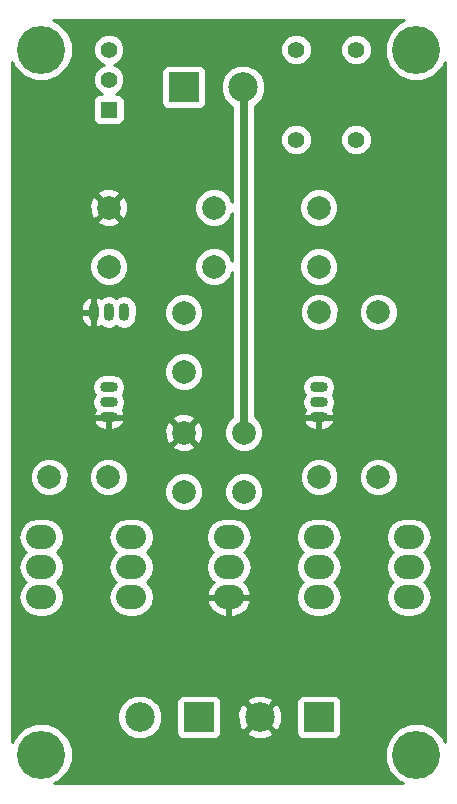
<source format=gbl>
G04 #@! TF.FileFunction,Copper,L2,Bot,Signal*
%FSLAX46Y46*%
G04 Gerber Fmt 4.6, Leading zero omitted, Abs format (unit mm)*
G04 Created by KiCad (PCBNEW 4.0.2-stable) date 12/06/2016 3:02:18 PM*
%MOMM*%
G01*
G04 APERTURE LIST*
%ADD10C,0.100000*%
%ADD11C,1.998980*%
%ADD12O,2.540000X2.032000*%
%ADD13O,0.899160X1.501140*%
%ADD14O,1.501140X0.899160*%
%ADD15C,1.397000*%
%ADD16C,4.064000*%
%ADD17R,2.500000X2.500000*%
%ADD18C,2.500000*%
%ADD19R,1.397000X1.397000*%
%ADD20C,0.635000*%
%ADD21C,0.254000*%
G04 APERTURE END LIST*
D10*
D11*
X148590000Y-104180640D03*
X148590000Y-109181900D03*
X153670000Y-104180640D03*
X153670000Y-109181900D03*
D12*
X152400000Y-115570000D03*
X152400000Y-118110000D03*
X152400000Y-113030000D03*
X167640000Y-115570000D03*
X167640000Y-118110000D03*
X167640000Y-113030000D03*
D13*
X142240000Y-93980000D03*
X140970000Y-93980000D03*
X143510000Y-93980000D03*
D14*
X160020000Y-101600000D03*
X160020000Y-102870000D03*
X160020000Y-100330000D03*
D12*
X160020000Y-115570000D03*
X160020000Y-118110000D03*
X160020000Y-113030000D03*
X136525000Y-115570000D03*
X136525000Y-118110000D03*
X136525000Y-113030000D03*
X144145000Y-115570000D03*
X144145000Y-118110000D03*
X144145000Y-113030000D03*
D14*
X142240000Y-101600000D03*
X142240000Y-102870000D03*
X142240000Y-100330000D03*
D11*
X151130000Y-85130640D03*
X151130000Y-90131900D03*
X142240000Y-85130640D03*
X142240000Y-90131900D03*
X160060640Y-93980000D03*
X165061900Y-93980000D03*
X160020000Y-85130640D03*
X160020000Y-90131900D03*
X165059360Y-107950000D03*
X160058100Y-107950000D03*
X137200640Y-107950000D03*
X142201900Y-107950000D03*
X148590000Y-94020640D03*
X148590000Y-99021900D03*
D15*
X163195000Y-79375000D03*
X158115000Y-79375000D03*
X163195000Y-71755000D03*
X158115000Y-71755000D03*
D16*
X168275000Y-71755000D03*
X136525000Y-71755000D03*
X136525000Y-131445000D03*
X168275000Y-131445000D03*
D17*
X148590000Y-74930000D03*
D18*
X153590000Y-74930000D03*
D17*
X149860000Y-128270000D03*
D18*
X144860000Y-128270000D03*
D17*
X160020000Y-128270000D03*
D18*
X155020000Y-128270000D03*
D19*
X142240000Y-76835000D03*
D15*
X142240000Y-74295000D03*
X142240000Y-71755000D03*
D20*
X153670000Y-104180640D02*
X153670000Y-75010000D01*
X153670000Y-75010000D02*
X153590000Y-74930000D01*
D21*
G36*
X166766239Y-69492709D02*
X166015345Y-70242293D01*
X165608464Y-71222173D01*
X165607538Y-72283172D01*
X166012709Y-73263761D01*
X166762293Y-74014655D01*
X167742173Y-74421536D01*
X168803172Y-74422462D01*
X169783761Y-74017291D01*
X170534655Y-73267707D01*
X170715000Y-72833387D01*
X170715000Y-130366328D01*
X170537291Y-129936239D01*
X169787707Y-129185345D01*
X168807827Y-128778464D01*
X167746828Y-128777538D01*
X166766239Y-129182709D01*
X166015345Y-129932293D01*
X165608464Y-130912173D01*
X165607538Y-131973172D01*
X166012709Y-132953761D01*
X166762293Y-133704655D01*
X167196613Y-133885000D01*
X137603672Y-133885000D01*
X138033761Y-133707291D01*
X138784655Y-132957707D01*
X139191536Y-131977827D01*
X139192462Y-130916828D01*
X138787291Y-129936239D01*
X138037707Y-129185345D01*
X137057827Y-128778464D01*
X135996828Y-128777538D01*
X135016239Y-129182709D01*
X134265345Y-129932293D01*
X134085000Y-130366613D01*
X134085000Y-128643305D01*
X142974674Y-128643305D01*
X143261043Y-129336372D01*
X143790839Y-129867093D01*
X144483405Y-130154672D01*
X145233305Y-130155326D01*
X145926372Y-129868957D01*
X146457093Y-129339161D01*
X146744672Y-128646595D01*
X146745326Y-127896695D01*
X146458957Y-127203628D01*
X146275650Y-127020000D01*
X147962560Y-127020000D01*
X147962560Y-129520000D01*
X148006838Y-129755317D01*
X148145910Y-129971441D01*
X148358110Y-130116431D01*
X148610000Y-130167440D01*
X151110000Y-130167440D01*
X151345317Y-130123162D01*
X151561441Y-129984090D01*
X151706431Y-129771890D01*
X151740567Y-129603320D01*
X153866285Y-129603320D01*
X153995533Y-129896123D01*
X154695806Y-130164388D01*
X155445435Y-130144250D01*
X156044467Y-129896123D01*
X156173715Y-129603320D01*
X155020000Y-128449605D01*
X153866285Y-129603320D01*
X151740567Y-129603320D01*
X151757440Y-129520000D01*
X151757440Y-127945806D01*
X153125612Y-127945806D01*
X153145750Y-128695435D01*
X153393877Y-129294467D01*
X153686680Y-129423715D01*
X154840395Y-128270000D01*
X155199605Y-128270000D01*
X156353320Y-129423715D01*
X156646123Y-129294467D01*
X156914388Y-128594194D01*
X156894250Y-127844565D01*
X156646123Y-127245533D01*
X156353320Y-127116285D01*
X155199605Y-128270000D01*
X154840395Y-128270000D01*
X153686680Y-127116285D01*
X153393877Y-127245533D01*
X153125612Y-127945806D01*
X151757440Y-127945806D01*
X151757440Y-127020000D01*
X151741763Y-126936680D01*
X153866285Y-126936680D01*
X155020000Y-128090395D01*
X156090395Y-127020000D01*
X158122560Y-127020000D01*
X158122560Y-129520000D01*
X158166838Y-129755317D01*
X158305910Y-129971441D01*
X158518110Y-130116431D01*
X158770000Y-130167440D01*
X161270000Y-130167440D01*
X161505317Y-130123162D01*
X161721441Y-129984090D01*
X161866431Y-129771890D01*
X161917440Y-129520000D01*
X161917440Y-127020000D01*
X161873162Y-126784683D01*
X161734090Y-126568559D01*
X161521890Y-126423569D01*
X161270000Y-126372560D01*
X158770000Y-126372560D01*
X158534683Y-126416838D01*
X158318559Y-126555910D01*
X158173569Y-126768110D01*
X158122560Y-127020000D01*
X156090395Y-127020000D01*
X156173715Y-126936680D01*
X156044467Y-126643877D01*
X155344194Y-126375612D01*
X154594565Y-126395750D01*
X153995533Y-126643877D01*
X153866285Y-126936680D01*
X151741763Y-126936680D01*
X151713162Y-126784683D01*
X151574090Y-126568559D01*
X151361890Y-126423569D01*
X151110000Y-126372560D01*
X148610000Y-126372560D01*
X148374683Y-126416838D01*
X148158559Y-126555910D01*
X148013569Y-126768110D01*
X147962560Y-127020000D01*
X146275650Y-127020000D01*
X145929161Y-126672907D01*
X145236595Y-126385328D01*
X144486695Y-126384674D01*
X143793628Y-126671043D01*
X143262907Y-127200839D01*
X142975328Y-127893405D01*
X142974674Y-128643305D01*
X134085000Y-128643305D01*
X134085000Y-113030000D01*
X134582679Y-113030000D01*
X134708354Y-113661810D01*
X135066246Y-114197433D01*
X135219748Y-114300000D01*
X135066246Y-114402567D01*
X134708354Y-114938190D01*
X134582679Y-115570000D01*
X134708354Y-116201810D01*
X135066246Y-116737433D01*
X135219748Y-116840000D01*
X135066246Y-116942567D01*
X134708354Y-117478190D01*
X134582679Y-118110000D01*
X134708354Y-118741810D01*
X135066246Y-119277433D01*
X135601869Y-119635325D01*
X136233679Y-119761000D01*
X136816321Y-119761000D01*
X137448131Y-119635325D01*
X137983754Y-119277433D01*
X138341646Y-118741810D01*
X138467321Y-118110000D01*
X138341646Y-117478190D01*
X137983754Y-116942567D01*
X137830252Y-116840000D01*
X137983754Y-116737433D01*
X138341646Y-116201810D01*
X138467321Y-115570000D01*
X138341646Y-114938190D01*
X137983754Y-114402567D01*
X137830252Y-114300000D01*
X137983754Y-114197433D01*
X138341646Y-113661810D01*
X138467321Y-113030000D01*
X142202679Y-113030000D01*
X142328354Y-113661810D01*
X142686246Y-114197433D01*
X142839748Y-114300000D01*
X142686246Y-114402567D01*
X142328354Y-114938190D01*
X142202679Y-115570000D01*
X142328354Y-116201810D01*
X142686246Y-116737433D01*
X142839748Y-116840000D01*
X142686246Y-116942567D01*
X142328354Y-117478190D01*
X142202679Y-118110000D01*
X142328354Y-118741810D01*
X142686246Y-119277433D01*
X143221869Y-119635325D01*
X143853679Y-119761000D01*
X144436321Y-119761000D01*
X145068131Y-119635325D01*
X145603754Y-119277433D01*
X145961646Y-118741810D01*
X146011148Y-118492944D01*
X150540025Y-118492944D01*
X150572074Y-118624477D01*
X150888764Y-119187630D01*
X151396857Y-119586724D01*
X152019000Y-119761000D01*
X152273000Y-119761000D01*
X152273000Y-118237000D01*
X152527000Y-118237000D01*
X152527000Y-119761000D01*
X152781000Y-119761000D01*
X153403143Y-119586724D01*
X153911236Y-119187630D01*
X154227926Y-118624477D01*
X154259975Y-118492944D01*
X154140836Y-118237000D01*
X152527000Y-118237000D01*
X152273000Y-118237000D01*
X150659164Y-118237000D01*
X150540025Y-118492944D01*
X146011148Y-118492944D01*
X146087321Y-118110000D01*
X145961646Y-117478190D01*
X145603754Y-116942567D01*
X145450252Y-116840000D01*
X145603754Y-116737433D01*
X145961646Y-116201810D01*
X146087321Y-115570000D01*
X145961646Y-114938190D01*
X145603754Y-114402567D01*
X145450252Y-114300000D01*
X145603754Y-114197433D01*
X145961646Y-113661810D01*
X146087321Y-113030000D01*
X150457679Y-113030000D01*
X150583354Y-113661810D01*
X150941246Y-114197433D01*
X151094748Y-114300000D01*
X150941246Y-114402567D01*
X150583354Y-114938190D01*
X150457679Y-115570000D01*
X150583354Y-116201810D01*
X150941246Y-116737433D01*
X151115781Y-116854054D01*
X150888764Y-117032370D01*
X150572074Y-117595523D01*
X150540025Y-117727056D01*
X150659164Y-117983000D01*
X152273000Y-117983000D01*
X152273000Y-117963000D01*
X152527000Y-117963000D01*
X152527000Y-117983000D01*
X154140836Y-117983000D01*
X154259975Y-117727056D01*
X154227926Y-117595523D01*
X153911236Y-117032370D01*
X153684219Y-116854054D01*
X153858754Y-116737433D01*
X154216646Y-116201810D01*
X154342321Y-115570000D01*
X154216646Y-114938190D01*
X153858754Y-114402567D01*
X153705252Y-114300000D01*
X153858754Y-114197433D01*
X154216646Y-113661810D01*
X154342321Y-113030000D01*
X158077679Y-113030000D01*
X158203354Y-113661810D01*
X158561246Y-114197433D01*
X158714748Y-114300000D01*
X158561246Y-114402567D01*
X158203354Y-114938190D01*
X158077679Y-115570000D01*
X158203354Y-116201810D01*
X158561246Y-116737433D01*
X158714748Y-116840000D01*
X158561246Y-116942567D01*
X158203354Y-117478190D01*
X158077679Y-118110000D01*
X158203354Y-118741810D01*
X158561246Y-119277433D01*
X159096869Y-119635325D01*
X159728679Y-119761000D01*
X160311321Y-119761000D01*
X160943131Y-119635325D01*
X161478754Y-119277433D01*
X161836646Y-118741810D01*
X161962321Y-118110000D01*
X161836646Y-117478190D01*
X161478754Y-116942567D01*
X161325252Y-116840000D01*
X161478754Y-116737433D01*
X161836646Y-116201810D01*
X161962321Y-115570000D01*
X161836646Y-114938190D01*
X161478754Y-114402567D01*
X161325252Y-114300000D01*
X161478754Y-114197433D01*
X161836646Y-113661810D01*
X161962321Y-113030000D01*
X165697679Y-113030000D01*
X165823354Y-113661810D01*
X166181246Y-114197433D01*
X166334748Y-114300000D01*
X166181246Y-114402567D01*
X165823354Y-114938190D01*
X165697679Y-115570000D01*
X165823354Y-116201810D01*
X166181246Y-116737433D01*
X166334748Y-116840000D01*
X166181246Y-116942567D01*
X165823354Y-117478190D01*
X165697679Y-118110000D01*
X165823354Y-118741810D01*
X166181246Y-119277433D01*
X166716869Y-119635325D01*
X167348679Y-119761000D01*
X167931321Y-119761000D01*
X168563131Y-119635325D01*
X169098754Y-119277433D01*
X169456646Y-118741810D01*
X169582321Y-118110000D01*
X169456646Y-117478190D01*
X169098754Y-116942567D01*
X168945252Y-116840000D01*
X169098754Y-116737433D01*
X169456646Y-116201810D01*
X169582321Y-115570000D01*
X169456646Y-114938190D01*
X169098754Y-114402567D01*
X168945252Y-114300000D01*
X169098754Y-114197433D01*
X169456646Y-113661810D01*
X169582321Y-113030000D01*
X169456646Y-112398190D01*
X169098754Y-111862567D01*
X168563131Y-111504675D01*
X167931321Y-111379000D01*
X167348679Y-111379000D01*
X166716869Y-111504675D01*
X166181246Y-111862567D01*
X165823354Y-112398190D01*
X165697679Y-113030000D01*
X161962321Y-113030000D01*
X161836646Y-112398190D01*
X161478754Y-111862567D01*
X160943131Y-111504675D01*
X160311321Y-111379000D01*
X159728679Y-111379000D01*
X159096869Y-111504675D01*
X158561246Y-111862567D01*
X158203354Y-112398190D01*
X158077679Y-113030000D01*
X154342321Y-113030000D01*
X154216646Y-112398190D01*
X153858754Y-111862567D01*
X153323131Y-111504675D01*
X152691321Y-111379000D01*
X152108679Y-111379000D01*
X151476869Y-111504675D01*
X150941246Y-111862567D01*
X150583354Y-112398190D01*
X150457679Y-113030000D01*
X146087321Y-113030000D01*
X145961646Y-112398190D01*
X145603754Y-111862567D01*
X145068131Y-111504675D01*
X144436321Y-111379000D01*
X143853679Y-111379000D01*
X143221869Y-111504675D01*
X142686246Y-111862567D01*
X142328354Y-112398190D01*
X142202679Y-113030000D01*
X138467321Y-113030000D01*
X138341646Y-112398190D01*
X137983754Y-111862567D01*
X137448131Y-111504675D01*
X136816321Y-111379000D01*
X136233679Y-111379000D01*
X135601869Y-111504675D01*
X135066246Y-111862567D01*
X134708354Y-112398190D01*
X134582679Y-113030000D01*
X134085000Y-113030000D01*
X134085000Y-108273694D01*
X135565866Y-108273694D01*
X135814178Y-108874655D01*
X136273567Y-109334846D01*
X136874093Y-109584206D01*
X137524334Y-109584774D01*
X138125295Y-109336462D01*
X138585486Y-108877073D01*
X138834846Y-108276547D01*
X138834848Y-108273694D01*
X140567126Y-108273694D01*
X140815438Y-108874655D01*
X141274827Y-109334846D01*
X141875353Y-109584206D01*
X142525594Y-109584774D01*
X142717224Y-109505594D01*
X146955226Y-109505594D01*
X147203538Y-110106555D01*
X147662927Y-110566746D01*
X148263453Y-110816106D01*
X148913694Y-110816674D01*
X149514655Y-110568362D01*
X149974846Y-110108973D01*
X150224206Y-109508447D01*
X150224208Y-109505594D01*
X152035226Y-109505594D01*
X152283538Y-110106555D01*
X152742927Y-110566746D01*
X153343453Y-110816106D01*
X153993694Y-110816674D01*
X154594655Y-110568362D01*
X155054846Y-110108973D01*
X155304206Y-109508447D01*
X155304774Y-108858206D01*
X155063259Y-108273694D01*
X158423326Y-108273694D01*
X158671638Y-108874655D01*
X159131027Y-109334846D01*
X159731553Y-109584206D01*
X160381794Y-109584774D01*
X160982755Y-109336462D01*
X161442946Y-108877073D01*
X161692306Y-108276547D01*
X161692308Y-108273694D01*
X163424586Y-108273694D01*
X163672898Y-108874655D01*
X164132287Y-109334846D01*
X164732813Y-109584206D01*
X165383054Y-109584774D01*
X165984015Y-109336462D01*
X166444206Y-108877073D01*
X166693566Y-108276547D01*
X166694134Y-107626306D01*
X166445822Y-107025345D01*
X165986433Y-106565154D01*
X165385907Y-106315794D01*
X164735666Y-106315226D01*
X164134705Y-106563538D01*
X163674514Y-107022927D01*
X163425154Y-107623453D01*
X163424586Y-108273694D01*
X161692308Y-108273694D01*
X161692874Y-107626306D01*
X161444562Y-107025345D01*
X160985173Y-106565154D01*
X160384647Y-106315794D01*
X159734406Y-106315226D01*
X159133445Y-106563538D01*
X158673254Y-107022927D01*
X158423894Y-107623453D01*
X158423326Y-108273694D01*
X155063259Y-108273694D01*
X155056462Y-108257245D01*
X154597073Y-107797054D01*
X153996547Y-107547694D01*
X153346306Y-107547126D01*
X152745345Y-107795438D01*
X152285154Y-108254827D01*
X152035794Y-108855353D01*
X152035226Y-109505594D01*
X150224208Y-109505594D01*
X150224774Y-108858206D01*
X149976462Y-108257245D01*
X149517073Y-107797054D01*
X148916547Y-107547694D01*
X148266306Y-107547126D01*
X147665345Y-107795438D01*
X147205154Y-108254827D01*
X146955794Y-108855353D01*
X146955226Y-109505594D01*
X142717224Y-109505594D01*
X143126555Y-109336462D01*
X143586746Y-108877073D01*
X143836106Y-108276547D01*
X143836674Y-107626306D01*
X143588362Y-107025345D01*
X143128973Y-106565154D01*
X142528447Y-106315794D01*
X141878206Y-106315226D01*
X141277245Y-106563538D01*
X140817054Y-107022927D01*
X140567694Y-107623453D01*
X140567126Y-108273694D01*
X138834848Y-108273694D01*
X138835414Y-107626306D01*
X138587102Y-107025345D01*
X138127713Y-106565154D01*
X137527187Y-106315794D01*
X136876946Y-106315226D01*
X136275985Y-106563538D01*
X135815794Y-107022927D01*
X135566434Y-107623453D01*
X135565866Y-108273694D01*
X134085000Y-108273694D01*
X134085000Y-105332803D01*
X147617443Y-105332803D01*
X147716042Y-105599605D01*
X148325582Y-105826041D01*
X148975377Y-105801981D01*
X149463958Y-105599605D01*
X149562557Y-105332803D01*
X148590000Y-104360245D01*
X147617443Y-105332803D01*
X134085000Y-105332803D01*
X134085000Y-103163935D01*
X140895019Y-103163935D01*
X141082294Y-103547111D01*
X141406627Y-103823420D01*
X141812010Y-103954580D01*
X142113000Y-103954580D01*
X142113000Y-102997000D01*
X142367000Y-102997000D01*
X142367000Y-103954580D01*
X142667990Y-103954580D01*
X142786545Y-103916222D01*
X146944599Y-103916222D01*
X146968659Y-104566017D01*
X147171035Y-105054598D01*
X147437837Y-105153197D01*
X148410395Y-104180640D01*
X148769605Y-104180640D01*
X149742163Y-105153197D01*
X150008965Y-105054598D01*
X150235401Y-104445058D01*
X150211341Y-103795263D01*
X150008965Y-103306682D01*
X149742163Y-103208083D01*
X148769605Y-104180640D01*
X148410395Y-104180640D01*
X147437837Y-103208083D01*
X147171035Y-103306682D01*
X146944599Y-103916222D01*
X142786545Y-103916222D01*
X143073373Y-103823420D01*
X143397706Y-103547111D01*
X143584981Y-103163935D01*
X143481999Y-103028477D01*
X147617443Y-103028477D01*
X148590000Y-104001035D01*
X149562557Y-103028477D01*
X149463958Y-102761675D01*
X148854418Y-102535239D01*
X148204623Y-102559299D01*
X147716042Y-102761675D01*
X147617443Y-103028477D01*
X143481999Y-103028477D01*
X143458068Y-102997000D01*
X142367000Y-102997000D01*
X142113000Y-102997000D01*
X141021932Y-102997000D01*
X140895019Y-103163935D01*
X134085000Y-103163935D01*
X134085000Y-100330000D01*
X140827285Y-100330000D01*
X140909844Y-100745051D01*
X141056809Y-100965000D01*
X140909844Y-101184949D01*
X140827285Y-101600000D01*
X140909844Y-102015051D01*
X141059641Y-102239238D01*
X140895019Y-102576065D01*
X141021932Y-102743000D01*
X142113000Y-102743000D01*
X142113000Y-102723000D01*
X142367000Y-102723000D01*
X142367000Y-102743000D01*
X143458068Y-102743000D01*
X143584981Y-102576065D01*
X143420359Y-102239238D01*
X143570156Y-102015051D01*
X143652715Y-101600000D01*
X143570156Y-101184949D01*
X143423191Y-100965000D01*
X143570156Y-100745051D01*
X143652715Y-100330000D01*
X143570156Y-99914949D01*
X143335049Y-99563086D01*
X143009549Y-99345594D01*
X146955226Y-99345594D01*
X147203538Y-99946555D01*
X147662927Y-100406746D01*
X148263453Y-100656106D01*
X148913694Y-100656674D01*
X149514655Y-100408362D01*
X149974846Y-99948973D01*
X150224206Y-99348447D01*
X150224774Y-98698206D01*
X149976462Y-98097245D01*
X149517073Y-97637054D01*
X148916547Y-97387694D01*
X148266306Y-97387126D01*
X147665345Y-97635438D01*
X147205154Y-98094827D01*
X146955794Y-98695353D01*
X146955226Y-99345594D01*
X143009549Y-99345594D01*
X142983186Y-99327979D01*
X142568135Y-99245420D01*
X141911865Y-99245420D01*
X141496814Y-99327979D01*
X141144951Y-99563086D01*
X140909844Y-99914949D01*
X140827285Y-100330000D01*
X134085000Y-100330000D01*
X134085000Y-94107000D01*
X139885420Y-94107000D01*
X139885420Y-94407990D01*
X140016580Y-94813373D01*
X140292889Y-95137706D01*
X140676065Y-95324981D01*
X140843000Y-95198068D01*
X140843000Y-94107000D01*
X139885420Y-94107000D01*
X134085000Y-94107000D01*
X134085000Y-93552010D01*
X139885420Y-93552010D01*
X139885420Y-93853000D01*
X140843000Y-93853000D01*
X140843000Y-92761932D01*
X141097000Y-92761932D01*
X141097000Y-93853000D01*
X141117000Y-93853000D01*
X141117000Y-94107000D01*
X141097000Y-94107000D01*
X141097000Y-95198068D01*
X141263935Y-95324981D01*
X141600762Y-95160359D01*
X141824949Y-95310156D01*
X142240000Y-95392715D01*
X142655051Y-95310156D01*
X142875000Y-95163191D01*
X143094949Y-95310156D01*
X143510000Y-95392715D01*
X143925051Y-95310156D01*
X144276914Y-95075049D01*
X144512021Y-94723186D01*
X144587379Y-94344334D01*
X146955226Y-94344334D01*
X147203538Y-94945295D01*
X147662927Y-95405486D01*
X148263453Y-95654846D01*
X148913694Y-95655414D01*
X149514655Y-95407102D01*
X149974846Y-94947713D01*
X150224206Y-94347187D01*
X150224774Y-93696946D01*
X149976462Y-93095985D01*
X149517073Y-92635794D01*
X148916547Y-92386434D01*
X148266306Y-92385866D01*
X147665345Y-92634178D01*
X147205154Y-93093567D01*
X146955794Y-93694093D01*
X146955226Y-94344334D01*
X144587379Y-94344334D01*
X144594580Y-94308135D01*
X144594580Y-93651865D01*
X144512021Y-93236814D01*
X144276914Y-92884951D01*
X143925051Y-92649844D01*
X143510000Y-92567285D01*
X143094949Y-92649844D01*
X142875000Y-92796809D01*
X142655051Y-92649844D01*
X142240000Y-92567285D01*
X141824949Y-92649844D01*
X141600762Y-92799641D01*
X141263935Y-92635019D01*
X141097000Y-92761932D01*
X140843000Y-92761932D01*
X140676065Y-92635019D01*
X140292889Y-92822294D01*
X140016580Y-93146627D01*
X139885420Y-93552010D01*
X134085000Y-93552010D01*
X134085000Y-90455594D01*
X140605226Y-90455594D01*
X140853538Y-91056555D01*
X141312927Y-91516746D01*
X141913453Y-91766106D01*
X142563694Y-91766674D01*
X143164655Y-91518362D01*
X143624846Y-91058973D01*
X143874206Y-90458447D01*
X143874774Y-89808206D01*
X143626462Y-89207245D01*
X143167073Y-88747054D01*
X142566547Y-88497694D01*
X141916306Y-88497126D01*
X141315345Y-88745438D01*
X140855154Y-89204827D01*
X140605794Y-89805353D01*
X140605226Y-90455594D01*
X134085000Y-90455594D01*
X134085000Y-86282803D01*
X141267443Y-86282803D01*
X141366042Y-86549605D01*
X141975582Y-86776041D01*
X142625377Y-86751981D01*
X143113958Y-86549605D01*
X143212557Y-86282803D01*
X142240000Y-85310245D01*
X141267443Y-86282803D01*
X134085000Y-86282803D01*
X134085000Y-84866222D01*
X140594599Y-84866222D01*
X140618659Y-85516017D01*
X140821035Y-86004598D01*
X141087837Y-86103197D01*
X142060395Y-85130640D01*
X142419605Y-85130640D01*
X143392163Y-86103197D01*
X143658965Y-86004598D01*
X143863380Y-85454334D01*
X149495226Y-85454334D01*
X149743538Y-86055295D01*
X150202927Y-86515486D01*
X150803453Y-86764846D01*
X151453694Y-86765414D01*
X152054655Y-86517102D01*
X152514846Y-86057713D01*
X152717500Y-85569668D01*
X152717500Y-89693794D01*
X152516462Y-89207245D01*
X152057073Y-88747054D01*
X151456547Y-88497694D01*
X150806306Y-88497126D01*
X150205345Y-88745438D01*
X149745154Y-89204827D01*
X149495794Y-89805353D01*
X149495226Y-90455594D01*
X149743538Y-91056555D01*
X150202927Y-91516746D01*
X150803453Y-91766106D01*
X151453694Y-91766674D01*
X152054655Y-91518362D01*
X152514846Y-91058973D01*
X152717500Y-90570928D01*
X152717500Y-102821974D01*
X152285154Y-103253567D01*
X152035794Y-103854093D01*
X152035226Y-104504334D01*
X152283538Y-105105295D01*
X152742927Y-105565486D01*
X153343453Y-105814846D01*
X153993694Y-105815414D01*
X154594655Y-105567102D01*
X155054846Y-105107713D01*
X155304206Y-104507187D01*
X155304774Y-103856946D01*
X155056462Y-103255985D01*
X154964573Y-103163935D01*
X158675019Y-103163935D01*
X158862294Y-103547111D01*
X159186627Y-103823420D01*
X159592010Y-103954580D01*
X159893000Y-103954580D01*
X159893000Y-102997000D01*
X160147000Y-102997000D01*
X160147000Y-103954580D01*
X160447990Y-103954580D01*
X160853373Y-103823420D01*
X161177706Y-103547111D01*
X161364981Y-103163935D01*
X161238068Y-102997000D01*
X160147000Y-102997000D01*
X159893000Y-102997000D01*
X158801932Y-102997000D01*
X158675019Y-103163935D01*
X154964573Y-103163935D01*
X154622500Y-102821265D01*
X154622500Y-100330000D01*
X158607285Y-100330000D01*
X158689844Y-100745051D01*
X158836809Y-100965000D01*
X158689844Y-101184949D01*
X158607285Y-101600000D01*
X158689844Y-102015051D01*
X158839641Y-102239238D01*
X158675019Y-102576065D01*
X158801932Y-102743000D01*
X159893000Y-102743000D01*
X159893000Y-102723000D01*
X160147000Y-102723000D01*
X160147000Y-102743000D01*
X161238068Y-102743000D01*
X161364981Y-102576065D01*
X161200359Y-102239238D01*
X161350156Y-102015051D01*
X161432715Y-101600000D01*
X161350156Y-101184949D01*
X161203191Y-100965000D01*
X161350156Y-100745051D01*
X161432715Y-100330000D01*
X161350156Y-99914949D01*
X161115049Y-99563086D01*
X160763186Y-99327979D01*
X160348135Y-99245420D01*
X159691865Y-99245420D01*
X159276814Y-99327979D01*
X158924951Y-99563086D01*
X158689844Y-99914949D01*
X158607285Y-100330000D01*
X154622500Y-100330000D01*
X154622500Y-94303694D01*
X158425866Y-94303694D01*
X158674178Y-94904655D01*
X159133567Y-95364846D01*
X159734093Y-95614206D01*
X160384334Y-95614774D01*
X160985295Y-95366462D01*
X161445486Y-94907073D01*
X161694846Y-94306547D01*
X161694848Y-94303694D01*
X163427126Y-94303694D01*
X163675438Y-94904655D01*
X164134827Y-95364846D01*
X164735353Y-95614206D01*
X165385594Y-95614774D01*
X165986555Y-95366462D01*
X166446746Y-94907073D01*
X166696106Y-94306547D01*
X166696674Y-93656306D01*
X166448362Y-93055345D01*
X165988973Y-92595154D01*
X165388447Y-92345794D01*
X164738206Y-92345226D01*
X164137245Y-92593538D01*
X163677054Y-93052927D01*
X163427694Y-93653453D01*
X163427126Y-94303694D01*
X161694848Y-94303694D01*
X161695414Y-93656306D01*
X161447102Y-93055345D01*
X160987713Y-92595154D01*
X160387187Y-92345794D01*
X159736946Y-92345226D01*
X159135985Y-92593538D01*
X158675794Y-93052927D01*
X158426434Y-93653453D01*
X158425866Y-94303694D01*
X154622500Y-94303694D01*
X154622500Y-90455594D01*
X158385226Y-90455594D01*
X158633538Y-91056555D01*
X159092927Y-91516746D01*
X159693453Y-91766106D01*
X160343694Y-91766674D01*
X160944655Y-91518362D01*
X161404846Y-91058973D01*
X161654206Y-90458447D01*
X161654774Y-89808206D01*
X161406462Y-89207245D01*
X160947073Y-88747054D01*
X160346547Y-88497694D01*
X159696306Y-88497126D01*
X159095345Y-88745438D01*
X158635154Y-89204827D01*
X158385794Y-89805353D01*
X158385226Y-90455594D01*
X154622500Y-90455594D01*
X154622500Y-85454334D01*
X158385226Y-85454334D01*
X158633538Y-86055295D01*
X159092927Y-86515486D01*
X159693453Y-86764846D01*
X160343694Y-86765414D01*
X160944655Y-86517102D01*
X161404846Y-86057713D01*
X161654206Y-85457187D01*
X161654774Y-84806946D01*
X161406462Y-84205985D01*
X160947073Y-83745794D01*
X160346547Y-83496434D01*
X159696306Y-83495866D01*
X159095345Y-83744178D01*
X158635154Y-84203567D01*
X158385794Y-84804093D01*
X158385226Y-85454334D01*
X154622500Y-85454334D01*
X154622500Y-79639086D01*
X156781269Y-79639086D01*
X156983854Y-80129380D01*
X157358647Y-80504827D01*
X157848587Y-80708268D01*
X158379086Y-80708731D01*
X158869380Y-80506146D01*
X159244827Y-80131353D01*
X159448268Y-79641413D01*
X159448270Y-79639086D01*
X161861269Y-79639086D01*
X162063854Y-80129380D01*
X162438647Y-80504827D01*
X162928587Y-80708268D01*
X163459086Y-80708731D01*
X163949380Y-80506146D01*
X164324827Y-80131353D01*
X164528268Y-79641413D01*
X164528731Y-79110914D01*
X164326146Y-78620620D01*
X163951353Y-78245173D01*
X163461413Y-78041732D01*
X162930914Y-78041269D01*
X162440620Y-78243854D01*
X162065173Y-78618647D01*
X161861732Y-79108587D01*
X161861269Y-79639086D01*
X159448270Y-79639086D01*
X159448731Y-79110914D01*
X159246146Y-78620620D01*
X158871353Y-78245173D01*
X158381413Y-78041732D01*
X157850914Y-78041269D01*
X157360620Y-78243854D01*
X156985173Y-78618647D01*
X156781732Y-79108587D01*
X156781269Y-79639086D01*
X154622500Y-79639086D01*
X154622500Y-76542953D01*
X154656372Y-76528957D01*
X155187093Y-75999161D01*
X155474672Y-75306595D01*
X155475326Y-74556695D01*
X155188957Y-73863628D01*
X154659161Y-73332907D01*
X153966595Y-73045328D01*
X153216695Y-73044674D01*
X152523628Y-73331043D01*
X151992907Y-73860839D01*
X151705328Y-74553405D01*
X151704674Y-75303305D01*
X151991043Y-75996372D01*
X152520839Y-76527093D01*
X152717500Y-76608754D01*
X152717500Y-84692534D01*
X152516462Y-84205985D01*
X152057073Y-83745794D01*
X151456547Y-83496434D01*
X150806306Y-83495866D01*
X150205345Y-83744178D01*
X149745154Y-84203567D01*
X149495794Y-84804093D01*
X149495226Y-85454334D01*
X143863380Y-85454334D01*
X143885401Y-85395058D01*
X143861341Y-84745263D01*
X143658965Y-84256682D01*
X143392163Y-84158083D01*
X142419605Y-85130640D01*
X142060395Y-85130640D01*
X141087837Y-84158083D01*
X140821035Y-84256682D01*
X140594599Y-84866222D01*
X134085000Y-84866222D01*
X134085000Y-83978477D01*
X141267443Y-83978477D01*
X142240000Y-84951035D01*
X143212557Y-83978477D01*
X143113958Y-83711675D01*
X142504418Y-83485239D01*
X141854623Y-83509299D01*
X141366042Y-83711675D01*
X141267443Y-83978477D01*
X134085000Y-83978477D01*
X134085000Y-76136500D01*
X140894060Y-76136500D01*
X140894060Y-77533500D01*
X140938338Y-77768817D01*
X141077410Y-77984941D01*
X141289610Y-78129931D01*
X141541500Y-78180940D01*
X142938500Y-78180940D01*
X143173817Y-78136662D01*
X143389941Y-77997590D01*
X143534931Y-77785390D01*
X143585940Y-77533500D01*
X143585940Y-76136500D01*
X143541662Y-75901183D01*
X143402590Y-75685059D01*
X143190390Y-75540069D01*
X142938500Y-75489060D01*
X142842116Y-75489060D01*
X142994380Y-75426146D01*
X143369827Y-75051353D01*
X143573268Y-74561413D01*
X143573731Y-74030914D01*
X143428737Y-73680000D01*
X146692560Y-73680000D01*
X146692560Y-76180000D01*
X146736838Y-76415317D01*
X146875910Y-76631441D01*
X147088110Y-76776431D01*
X147340000Y-76827440D01*
X149840000Y-76827440D01*
X150075317Y-76783162D01*
X150291441Y-76644090D01*
X150436431Y-76431890D01*
X150487440Y-76180000D01*
X150487440Y-73680000D01*
X150443162Y-73444683D01*
X150304090Y-73228559D01*
X150091890Y-73083569D01*
X149840000Y-73032560D01*
X147340000Y-73032560D01*
X147104683Y-73076838D01*
X146888559Y-73215910D01*
X146743569Y-73428110D01*
X146692560Y-73680000D01*
X143428737Y-73680000D01*
X143371146Y-73540620D01*
X142996353Y-73165173D01*
X142658554Y-73024906D01*
X142994380Y-72886146D01*
X143369827Y-72511353D01*
X143573268Y-72021413D01*
X143573270Y-72019086D01*
X156781269Y-72019086D01*
X156983854Y-72509380D01*
X157358647Y-72884827D01*
X157848587Y-73088268D01*
X158379086Y-73088731D01*
X158869380Y-72886146D01*
X159244827Y-72511353D01*
X159448268Y-72021413D01*
X159448270Y-72019086D01*
X161861269Y-72019086D01*
X162063854Y-72509380D01*
X162438647Y-72884827D01*
X162928587Y-73088268D01*
X163459086Y-73088731D01*
X163949380Y-72886146D01*
X164324827Y-72511353D01*
X164528268Y-72021413D01*
X164528731Y-71490914D01*
X164326146Y-71000620D01*
X163951353Y-70625173D01*
X163461413Y-70421732D01*
X162930914Y-70421269D01*
X162440620Y-70623854D01*
X162065173Y-70998647D01*
X161861732Y-71488587D01*
X161861269Y-72019086D01*
X159448270Y-72019086D01*
X159448731Y-71490914D01*
X159246146Y-71000620D01*
X158871353Y-70625173D01*
X158381413Y-70421732D01*
X157850914Y-70421269D01*
X157360620Y-70623854D01*
X156985173Y-70998647D01*
X156781732Y-71488587D01*
X156781269Y-72019086D01*
X143573270Y-72019086D01*
X143573731Y-71490914D01*
X143371146Y-71000620D01*
X142996353Y-70625173D01*
X142506413Y-70421732D01*
X141975914Y-70421269D01*
X141485620Y-70623854D01*
X141110173Y-70998647D01*
X140906732Y-71488587D01*
X140906269Y-72019086D01*
X141108854Y-72509380D01*
X141483647Y-72884827D01*
X141821446Y-73025094D01*
X141485620Y-73163854D01*
X141110173Y-73538647D01*
X140906732Y-74028587D01*
X140906269Y-74559086D01*
X141108854Y-75049380D01*
X141483647Y-75424827D01*
X141638337Y-75489060D01*
X141541500Y-75489060D01*
X141306183Y-75533338D01*
X141090059Y-75672410D01*
X140945069Y-75884610D01*
X140894060Y-76136500D01*
X134085000Y-76136500D01*
X134085000Y-72833672D01*
X134262709Y-73263761D01*
X135012293Y-74014655D01*
X135992173Y-74421536D01*
X137053172Y-74422462D01*
X138033761Y-74017291D01*
X138784655Y-73267707D01*
X139191536Y-72287827D01*
X139192462Y-71226828D01*
X138787291Y-70246239D01*
X138037707Y-69495345D01*
X137543180Y-69290000D01*
X167256832Y-69290000D01*
X166766239Y-69492709D01*
X166766239Y-69492709D01*
G37*
X166766239Y-69492709D02*
X166015345Y-70242293D01*
X165608464Y-71222173D01*
X165607538Y-72283172D01*
X166012709Y-73263761D01*
X166762293Y-74014655D01*
X167742173Y-74421536D01*
X168803172Y-74422462D01*
X169783761Y-74017291D01*
X170534655Y-73267707D01*
X170715000Y-72833387D01*
X170715000Y-130366328D01*
X170537291Y-129936239D01*
X169787707Y-129185345D01*
X168807827Y-128778464D01*
X167746828Y-128777538D01*
X166766239Y-129182709D01*
X166015345Y-129932293D01*
X165608464Y-130912173D01*
X165607538Y-131973172D01*
X166012709Y-132953761D01*
X166762293Y-133704655D01*
X167196613Y-133885000D01*
X137603672Y-133885000D01*
X138033761Y-133707291D01*
X138784655Y-132957707D01*
X139191536Y-131977827D01*
X139192462Y-130916828D01*
X138787291Y-129936239D01*
X138037707Y-129185345D01*
X137057827Y-128778464D01*
X135996828Y-128777538D01*
X135016239Y-129182709D01*
X134265345Y-129932293D01*
X134085000Y-130366613D01*
X134085000Y-128643305D01*
X142974674Y-128643305D01*
X143261043Y-129336372D01*
X143790839Y-129867093D01*
X144483405Y-130154672D01*
X145233305Y-130155326D01*
X145926372Y-129868957D01*
X146457093Y-129339161D01*
X146744672Y-128646595D01*
X146745326Y-127896695D01*
X146458957Y-127203628D01*
X146275650Y-127020000D01*
X147962560Y-127020000D01*
X147962560Y-129520000D01*
X148006838Y-129755317D01*
X148145910Y-129971441D01*
X148358110Y-130116431D01*
X148610000Y-130167440D01*
X151110000Y-130167440D01*
X151345317Y-130123162D01*
X151561441Y-129984090D01*
X151706431Y-129771890D01*
X151740567Y-129603320D01*
X153866285Y-129603320D01*
X153995533Y-129896123D01*
X154695806Y-130164388D01*
X155445435Y-130144250D01*
X156044467Y-129896123D01*
X156173715Y-129603320D01*
X155020000Y-128449605D01*
X153866285Y-129603320D01*
X151740567Y-129603320D01*
X151757440Y-129520000D01*
X151757440Y-127945806D01*
X153125612Y-127945806D01*
X153145750Y-128695435D01*
X153393877Y-129294467D01*
X153686680Y-129423715D01*
X154840395Y-128270000D01*
X155199605Y-128270000D01*
X156353320Y-129423715D01*
X156646123Y-129294467D01*
X156914388Y-128594194D01*
X156894250Y-127844565D01*
X156646123Y-127245533D01*
X156353320Y-127116285D01*
X155199605Y-128270000D01*
X154840395Y-128270000D01*
X153686680Y-127116285D01*
X153393877Y-127245533D01*
X153125612Y-127945806D01*
X151757440Y-127945806D01*
X151757440Y-127020000D01*
X151741763Y-126936680D01*
X153866285Y-126936680D01*
X155020000Y-128090395D01*
X156090395Y-127020000D01*
X158122560Y-127020000D01*
X158122560Y-129520000D01*
X158166838Y-129755317D01*
X158305910Y-129971441D01*
X158518110Y-130116431D01*
X158770000Y-130167440D01*
X161270000Y-130167440D01*
X161505317Y-130123162D01*
X161721441Y-129984090D01*
X161866431Y-129771890D01*
X161917440Y-129520000D01*
X161917440Y-127020000D01*
X161873162Y-126784683D01*
X161734090Y-126568559D01*
X161521890Y-126423569D01*
X161270000Y-126372560D01*
X158770000Y-126372560D01*
X158534683Y-126416838D01*
X158318559Y-126555910D01*
X158173569Y-126768110D01*
X158122560Y-127020000D01*
X156090395Y-127020000D01*
X156173715Y-126936680D01*
X156044467Y-126643877D01*
X155344194Y-126375612D01*
X154594565Y-126395750D01*
X153995533Y-126643877D01*
X153866285Y-126936680D01*
X151741763Y-126936680D01*
X151713162Y-126784683D01*
X151574090Y-126568559D01*
X151361890Y-126423569D01*
X151110000Y-126372560D01*
X148610000Y-126372560D01*
X148374683Y-126416838D01*
X148158559Y-126555910D01*
X148013569Y-126768110D01*
X147962560Y-127020000D01*
X146275650Y-127020000D01*
X145929161Y-126672907D01*
X145236595Y-126385328D01*
X144486695Y-126384674D01*
X143793628Y-126671043D01*
X143262907Y-127200839D01*
X142975328Y-127893405D01*
X142974674Y-128643305D01*
X134085000Y-128643305D01*
X134085000Y-113030000D01*
X134582679Y-113030000D01*
X134708354Y-113661810D01*
X135066246Y-114197433D01*
X135219748Y-114300000D01*
X135066246Y-114402567D01*
X134708354Y-114938190D01*
X134582679Y-115570000D01*
X134708354Y-116201810D01*
X135066246Y-116737433D01*
X135219748Y-116840000D01*
X135066246Y-116942567D01*
X134708354Y-117478190D01*
X134582679Y-118110000D01*
X134708354Y-118741810D01*
X135066246Y-119277433D01*
X135601869Y-119635325D01*
X136233679Y-119761000D01*
X136816321Y-119761000D01*
X137448131Y-119635325D01*
X137983754Y-119277433D01*
X138341646Y-118741810D01*
X138467321Y-118110000D01*
X138341646Y-117478190D01*
X137983754Y-116942567D01*
X137830252Y-116840000D01*
X137983754Y-116737433D01*
X138341646Y-116201810D01*
X138467321Y-115570000D01*
X138341646Y-114938190D01*
X137983754Y-114402567D01*
X137830252Y-114300000D01*
X137983754Y-114197433D01*
X138341646Y-113661810D01*
X138467321Y-113030000D01*
X142202679Y-113030000D01*
X142328354Y-113661810D01*
X142686246Y-114197433D01*
X142839748Y-114300000D01*
X142686246Y-114402567D01*
X142328354Y-114938190D01*
X142202679Y-115570000D01*
X142328354Y-116201810D01*
X142686246Y-116737433D01*
X142839748Y-116840000D01*
X142686246Y-116942567D01*
X142328354Y-117478190D01*
X142202679Y-118110000D01*
X142328354Y-118741810D01*
X142686246Y-119277433D01*
X143221869Y-119635325D01*
X143853679Y-119761000D01*
X144436321Y-119761000D01*
X145068131Y-119635325D01*
X145603754Y-119277433D01*
X145961646Y-118741810D01*
X146011148Y-118492944D01*
X150540025Y-118492944D01*
X150572074Y-118624477D01*
X150888764Y-119187630D01*
X151396857Y-119586724D01*
X152019000Y-119761000D01*
X152273000Y-119761000D01*
X152273000Y-118237000D01*
X152527000Y-118237000D01*
X152527000Y-119761000D01*
X152781000Y-119761000D01*
X153403143Y-119586724D01*
X153911236Y-119187630D01*
X154227926Y-118624477D01*
X154259975Y-118492944D01*
X154140836Y-118237000D01*
X152527000Y-118237000D01*
X152273000Y-118237000D01*
X150659164Y-118237000D01*
X150540025Y-118492944D01*
X146011148Y-118492944D01*
X146087321Y-118110000D01*
X145961646Y-117478190D01*
X145603754Y-116942567D01*
X145450252Y-116840000D01*
X145603754Y-116737433D01*
X145961646Y-116201810D01*
X146087321Y-115570000D01*
X145961646Y-114938190D01*
X145603754Y-114402567D01*
X145450252Y-114300000D01*
X145603754Y-114197433D01*
X145961646Y-113661810D01*
X146087321Y-113030000D01*
X150457679Y-113030000D01*
X150583354Y-113661810D01*
X150941246Y-114197433D01*
X151094748Y-114300000D01*
X150941246Y-114402567D01*
X150583354Y-114938190D01*
X150457679Y-115570000D01*
X150583354Y-116201810D01*
X150941246Y-116737433D01*
X151115781Y-116854054D01*
X150888764Y-117032370D01*
X150572074Y-117595523D01*
X150540025Y-117727056D01*
X150659164Y-117983000D01*
X152273000Y-117983000D01*
X152273000Y-117963000D01*
X152527000Y-117963000D01*
X152527000Y-117983000D01*
X154140836Y-117983000D01*
X154259975Y-117727056D01*
X154227926Y-117595523D01*
X153911236Y-117032370D01*
X153684219Y-116854054D01*
X153858754Y-116737433D01*
X154216646Y-116201810D01*
X154342321Y-115570000D01*
X154216646Y-114938190D01*
X153858754Y-114402567D01*
X153705252Y-114300000D01*
X153858754Y-114197433D01*
X154216646Y-113661810D01*
X154342321Y-113030000D01*
X158077679Y-113030000D01*
X158203354Y-113661810D01*
X158561246Y-114197433D01*
X158714748Y-114300000D01*
X158561246Y-114402567D01*
X158203354Y-114938190D01*
X158077679Y-115570000D01*
X158203354Y-116201810D01*
X158561246Y-116737433D01*
X158714748Y-116840000D01*
X158561246Y-116942567D01*
X158203354Y-117478190D01*
X158077679Y-118110000D01*
X158203354Y-118741810D01*
X158561246Y-119277433D01*
X159096869Y-119635325D01*
X159728679Y-119761000D01*
X160311321Y-119761000D01*
X160943131Y-119635325D01*
X161478754Y-119277433D01*
X161836646Y-118741810D01*
X161962321Y-118110000D01*
X161836646Y-117478190D01*
X161478754Y-116942567D01*
X161325252Y-116840000D01*
X161478754Y-116737433D01*
X161836646Y-116201810D01*
X161962321Y-115570000D01*
X161836646Y-114938190D01*
X161478754Y-114402567D01*
X161325252Y-114300000D01*
X161478754Y-114197433D01*
X161836646Y-113661810D01*
X161962321Y-113030000D01*
X165697679Y-113030000D01*
X165823354Y-113661810D01*
X166181246Y-114197433D01*
X166334748Y-114300000D01*
X166181246Y-114402567D01*
X165823354Y-114938190D01*
X165697679Y-115570000D01*
X165823354Y-116201810D01*
X166181246Y-116737433D01*
X166334748Y-116840000D01*
X166181246Y-116942567D01*
X165823354Y-117478190D01*
X165697679Y-118110000D01*
X165823354Y-118741810D01*
X166181246Y-119277433D01*
X166716869Y-119635325D01*
X167348679Y-119761000D01*
X167931321Y-119761000D01*
X168563131Y-119635325D01*
X169098754Y-119277433D01*
X169456646Y-118741810D01*
X169582321Y-118110000D01*
X169456646Y-117478190D01*
X169098754Y-116942567D01*
X168945252Y-116840000D01*
X169098754Y-116737433D01*
X169456646Y-116201810D01*
X169582321Y-115570000D01*
X169456646Y-114938190D01*
X169098754Y-114402567D01*
X168945252Y-114300000D01*
X169098754Y-114197433D01*
X169456646Y-113661810D01*
X169582321Y-113030000D01*
X169456646Y-112398190D01*
X169098754Y-111862567D01*
X168563131Y-111504675D01*
X167931321Y-111379000D01*
X167348679Y-111379000D01*
X166716869Y-111504675D01*
X166181246Y-111862567D01*
X165823354Y-112398190D01*
X165697679Y-113030000D01*
X161962321Y-113030000D01*
X161836646Y-112398190D01*
X161478754Y-111862567D01*
X160943131Y-111504675D01*
X160311321Y-111379000D01*
X159728679Y-111379000D01*
X159096869Y-111504675D01*
X158561246Y-111862567D01*
X158203354Y-112398190D01*
X158077679Y-113030000D01*
X154342321Y-113030000D01*
X154216646Y-112398190D01*
X153858754Y-111862567D01*
X153323131Y-111504675D01*
X152691321Y-111379000D01*
X152108679Y-111379000D01*
X151476869Y-111504675D01*
X150941246Y-111862567D01*
X150583354Y-112398190D01*
X150457679Y-113030000D01*
X146087321Y-113030000D01*
X145961646Y-112398190D01*
X145603754Y-111862567D01*
X145068131Y-111504675D01*
X144436321Y-111379000D01*
X143853679Y-111379000D01*
X143221869Y-111504675D01*
X142686246Y-111862567D01*
X142328354Y-112398190D01*
X142202679Y-113030000D01*
X138467321Y-113030000D01*
X138341646Y-112398190D01*
X137983754Y-111862567D01*
X137448131Y-111504675D01*
X136816321Y-111379000D01*
X136233679Y-111379000D01*
X135601869Y-111504675D01*
X135066246Y-111862567D01*
X134708354Y-112398190D01*
X134582679Y-113030000D01*
X134085000Y-113030000D01*
X134085000Y-108273694D01*
X135565866Y-108273694D01*
X135814178Y-108874655D01*
X136273567Y-109334846D01*
X136874093Y-109584206D01*
X137524334Y-109584774D01*
X138125295Y-109336462D01*
X138585486Y-108877073D01*
X138834846Y-108276547D01*
X138834848Y-108273694D01*
X140567126Y-108273694D01*
X140815438Y-108874655D01*
X141274827Y-109334846D01*
X141875353Y-109584206D01*
X142525594Y-109584774D01*
X142717224Y-109505594D01*
X146955226Y-109505594D01*
X147203538Y-110106555D01*
X147662927Y-110566746D01*
X148263453Y-110816106D01*
X148913694Y-110816674D01*
X149514655Y-110568362D01*
X149974846Y-110108973D01*
X150224206Y-109508447D01*
X150224208Y-109505594D01*
X152035226Y-109505594D01*
X152283538Y-110106555D01*
X152742927Y-110566746D01*
X153343453Y-110816106D01*
X153993694Y-110816674D01*
X154594655Y-110568362D01*
X155054846Y-110108973D01*
X155304206Y-109508447D01*
X155304774Y-108858206D01*
X155063259Y-108273694D01*
X158423326Y-108273694D01*
X158671638Y-108874655D01*
X159131027Y-109334846D01*
X159731553Y-109584206D01*
X160381794Y-109584774D01*
X160982755Y-109336462D01*
X161442946Y-108877073D01*
X161692306Y-108276547D01*
X161692308Y-108273694D01*
X163424586Y-108273694D01*
X163672898Y-108874655D01*
X164132287Y-109334846D01*
X164732813Y-109584206D01*
X165383054Y-109584774D01*
X165984015Y-109336462D01*
X166444206Y-108877073D01*
X166693566Y-108276547D01*
X166694134Y-107626306D01*
X166445822Y-107025345D01*
X165986433Y-106565154D01*
X165385907Y-106315794D01*
X164735666Y-106315226D01*
X164134705Y-106563538D01*
X163674514Y-107022927D01*
X163425154Y-107623453D01*
X163424586Y-108273694D01*
X161692308Y-108273694D01*
X161692874Y-107626306D01*
X161444562Y-107025345D01*
X160985173Y-106565154D01*
X160384647Y-106315794D01*
X159734406Y-106315226D01*
X159133445Y-106563538D01*
X158673254Y-107022927D01*
X158423894Y-107623453D01*
X158423326Y-108273694D01*
X155063259Y-108273694D01*
X155056462Y-108257245D01*
X154597073Y-107797054D01*
X153996547Y-107547694D01*
X153346306Y-107547126D01*
X152745345Y-107795438D01*
X152285154Y-108254827D01*
X152035794Y-108855353D01*
X152035226Y-109505594D01*
X150224208Y-109505594D01*
X150224774Y-108858206D01*
X149976462Y-108257245D01*
X149517073Y-107797054D01*
X148916547Y-107547694D01*
X148266306Y-107547126D01*
X147665345Y-107795438D01*
X147205154Y-108254827D01*
X146955794Y-108855353D01*
X146955226Y-109505594D01*
X142717224Y-109505594D01*
X143126555Y-109336462D01*
X143586746Y-108877073D01*
X143836106Y-108276547D01*
X143836674Y-107626306D01*
X143588362Y-107025345D01*
X143128973Y-106565154D01*
X142528447Y-106315794D01*
X141878206Y-106315226D01*
X141277245Y-106563538D01*
X140817054Y-107022927D01*
X140567694Y-107623453D01*
X140567126Y-108273694D01*
X138834848Y-108273694D01*
X138835414Y-107626306D01*
X138587102Y-107025345D01*
X138127713Y-106565154D01*
X137527187Y-106315794D01*
X136876946Y-106315226D01*
X136275985Y-106563538D01*
X135815794Y-107022927D01*
X135566434Y-107623453D01*
X135565866Y-108273694D01*
X134085000Y-108273694D01*
X134085000Y-105332803D01*
X147617443Y-105332803D01*
X147716042Y-105599605D01*
X148325582Y-105826041D01*
X148975377Y-105801981D01*
X149463958Y-105599605D01*
X149562557Y-105332803D01*
X148590000Y-104360245D01*
X147617443Y-105332803D01*
X134085000Y-105332803D01*
X134085000Y-103163935D01*
X140895019Y-103163935D01*
X141082294Y-103547111D01*
X141406627Y-103823420D01*
X141812010Y-103954580D01*
X142113000Y-103954580D01*
X142113000Y-102997000D01*
X142367000Y-102997000D01*
X142367000Y-103954580D01*
X142667990Y-103954580D01*
X142786545Y-103916222D01*
X146944599Y-103916222D01*
X146968659Y-104566017D01*
X147171035Y-105054598D01*
X147437837Y-105153197D01*
X148410395Y-104180640D01*
X148769605Y-104180640D01*
X149742163Y-105153197D01*
X150008965Y-105054598D01*
X150235401Y-104445058D01*
X150211341Y-103795263D01*
X150008965Y-103306682D01*
X149742163Y-103208083D01*
X148769605Y-104180640D01*
X148410395Y-104180640D01*
X147437837Y-103208083D01*
X147171035Y-103306682D01*
X146944599Y-103916222D01*
X142786545Y-103916222D01*
X143073373Y-103823420D01*
X143397706Y-103547111D01*
X143584981Y-103163935D01*
X143481999Y-103028477D01*
X147617443Y-103028477D01*
X148590000Y-104001035D01*
X149562557Y-103028477D01*
X149463958Y-102761675D01*
X148854418Y-102535239D01*
X148204623Y-102559299D01*
X147716042Y-102761675D01*
X147617443Y-103028477D01*
X143481999Y-103028477D01*
X143458068Y-102997000D01*
X142367000Y-102997000D01*
X142113000Y-102997000D01*
X141021932Y-102997000D01*
X140895019Y-103163935D01*
X134085000Y-103163935D01*
X134085000Y-100330000D01*
X140827285Y-100330000D01*
X140909844Y-100745051D01*
X141056809Y-100965000D01*
X140909844Y-101184949D01*
X140827285Y-101600000D01*
X140909844Y-102015051D01*
X141059641Y-102239238D01*
X140895019Y-102576065D01*
X141021932Y-102743000D01*
X142113000Y-102743000D01*
X142113000Y-102723000D01*
X142367000Y-102723000D01*
X142367000Y-102743000D01*
X143458068Y-102743000D01*
X143584981Y-102576065D01*
X143420359Y-102239238D01*
X143570156Y-102015051D01*
X143652715Y-101600000D01*
X143570156Y-101184949D01*
X143423191Y-100965000D01*
X143570156Y-100745051D01*
X143652715Y-100330000D01*
X143570156Y-99914949D01*
X143335049Y-99563086D01*
X143009549Y-99345594D01*
X146955226Y-99345594D01*
X147203538Y-99946555D01*
X147662927Y-100406746D01*
X148263453Y-100656106D01*
X148913694Y-100656674D01*
X149514655Y-100408362D01*
X149974846Y-99948973D01*
X150224206Y-99348447D01*
X150224774Y-98698206D01*
X149976462Y-98097245D01*
X149517073Y-97637054D01*
X148916547Y-97387694D01*
X148266306Y-97387126D01*
X147665345Y-97635438D01*
X147205154Y-98094827D01*
X146955794Y-98695353D01*
X146955226Y-99345594D01*
X143009549Y-99345594D01*
X142983186Y-99327979D01*
X142568135Y-99245420D01*
X141911865Y-99245420D01*
X141496814Y-99327979D01*
X141144951Y-99563086D01*
X140909844Y-99914949D01*
X140827285Y-100330000D01*
X134085000Y-100330000D01*
X134085000Y-94107000D01*
X139885420Y-94107000D01*
X139885420Y-94407990D01*
X140016580Y-94813373D01*
X140292889Y-95137706D01*
X140676065Y-95324981D01*
X140843000Y-95198068D01*
X140843000Y-94107000D01*
X139885420Y-94107000D01*
X134085000Y-94107000D01*
X134085000Y-93552010D01*
X139885420Y-93552010D01*
X139885420Y-93853000D01*
X140843000Y-93853000D01*
X140843000Y-92761932D01*
X141097000Y-92761932D01*
X141097000Y-93853000D01*
X141117000Y-93853000D01*
X141117000Y-94107000D01*
X141097000Y-94107000D01*
X141097000Y-95198068D01*
X141263935Y-95324981D01*
X141600762Y-95160359D01*
X141824949Y-95310156D01*
X142240000Y-95392715D01*
X142655051Y-95310156D01*
X142875000Y-95163191D01*
X143094949Y-95310156D01*
X143510000Y-95392715D01*
X143925051Y-95310156D01*
X144276914Y-95075049D01*
X144512021Y-94723186D01*
X144587379Y-94344334D01*
X146955226Y-94344334D01*
X147203538Y-94945295D01*
X147662927Y-95405486D01*
X148263453Y-95654846D01*
X148913694Y-95655414D01*
X149514655Y-95407102D01*
X149974846Y-94947713D01*
X150224206Y-94347187D01*
X150224774Y-93696946D01*
X149976462Y-93095985D01*
X149517073Y-92635794D01*
X148916547Y-92386434D01*
X148266306Y-92385866D01*
X147665345Y-92634178D01*
X147205154Y-93093567D01*
X146955794Y-93694093D01*
X146955226Y-94344334D01*
X144587379Y-94344334D01*
X144594580Y-94308135D01*
X144594580Y-93651865D01*
X144512021Y-93236814D01*
X144276914Y-92884951D01*
X143925051Y-92649844D01*
X143510000Y-92567285D01*
X143094949Y-92649844D01*
X142875000Y-92796809D01*
X142655051Y-92649844D01*
X142240000Y-92567285D01*
X141824949Y-92649844D01*
X141600762Y-92799641D01*
X141263935Y-92635019D01*
X141097000Y-92761932D01*
X140843000Y-92761932D01*
X140676065Y-92635019D01*
X140292889Y-92822294D01*
X140016580Y-93146627D01*
X139885420Y-93552010D01*
X134085000Y-93552010D01*
X134085000Y-90455594D01*
X140605226Y-90455594D01*
X140853538Y-91056555D01*
X141312927Y-91516746D01*
X141913453Y-91766106D01*
X142563694Y-91766674D01*
X143164655Y-91518362D01*
X143624846Y-91058973D01*
X143874206Y-90458447D01*
X143874774Y-89808206D01*
X143626462Y-89207245D01*
X143167073Y-88747054D01*
X142566547Y-88497694D01*
X141916306Y-88497126D01*
X141315345Y-88745438D01*
X140855154Y-89204827D01*
X140605794Y-89805353D01*
X140605226Y-90455594D01*
X134085000Y-90455594D01*
X134085000Y-86282803D01*
X141267443Y-86282803D01*
X141366042Y-86549605D01*
X141975582Y-86776041D01*
X142625377Y-86751981D01*
X143113958Y-86549605D01*
X143212557Y-86282803D01*
X142240000Y-85310245D01*
X141267443Y-86282803D01*
X134085000Y-86282803D01*
X134085000Y-84866222D01*
X140594599Y-84866222D01*
X140618659Y-85516017D01*
X140821035Y-86004598D01*
X141087837Y-86103197D01*
X142060395Y-85130640D01*
X142419605Y-85130640D01*
X143392163Y-86103197D01*
X143658965Y-86004598D01*
X143863380Y-85454334D01*
X149495226Y-85454334D01*
X149743538Y-86055295D01*
X150202927Y-86515486D01*
X150803453Y-86764846D01*
X151453694Y-86765414D01*
X152054655Y-86517102D01*
X152514846Y-86057713D01*
X152717500Y-85569668D01*
X152717500Y-89693794D01*
X152516462Y-89207245D01*
X152057073Y-88747054D01*
X151456547Y-88497694D01*
X150806306Y-88497126D01*
X150205345Y-88745438D01*
X149745154Y-89204827D01*
X149495794Y-89805353D01*
X149495226Y-90455594D01*
X149743538Y-91056555D01*
X150202927Y-91516746D01*
X150803453Y-91766106D01*
X151453694Y-91766674D01*
X152054655Y-91518362D01*
X152514846Y-91058973D01*
X152717500Y-90570928D01*
X152717500Y-102821974D01*
X152285154Y-103253567D01*
X152035794Y-103854093D01*
X152035226Y-104504334D01*
X152283538Y-105105295D01*
X152742927Y-105565486D01*
X153343453Y-105814846D01*
X153993694Y-105815414D01*
X154594655Y-105567102D01*
X155054846Y-105107713D01*
X155304206Y-104507187D01*
X155304774Y-103856946D01*
X155056462Y-103255985D01*
X154964573Y-103163935D01*
X158675019Y-103163935D01*
X158862294Y-103547111D01*
X159186627Y-103823420D01*
X159592010Y-103954580D01*
X159893000Y-103954580D01*
X159893000Y-102997000D01*
X160147000Y-102997000D01*
X160147000Y-103954580D01*
X160447990Y-103954580D01*
X160853373Y-103823420D01*
X161177706Y-103547111D01*
X161364981Y-103163935D01*
X161238068Y-102997000D01*
X160147000Y-102997000D01*
X159893000Y-102997000D01*
X158801932Y-102997000D01*
X158675019Y-103163935D01*
X154964573Y-103163935D01*
X154622500Y-102821265D01*
X154622500Y-100330000D01*
X158607285Y-100330000D01*
X158689844Y-100745051D01*
X158836809Y-100965000D01*
X158689844Y-101184949D01*
X158607285Y-101600000D01*
X158689844Y-102015051D01*
X158839641Y-102239238D01*
X158675019Y-102576065D01*
X158801932Y-102743000D01*
X159893000Y-102743000D01*
X159893000Y-102723000D01*
X160147000Y-102723000D01*
X160147000Y-102743000D01*
X161238068Y-102743000D01*
X161364981Y-102576065D01*
X161200359Y-102239238D01*
X161350156Y-102015051D01*
X161432715Y-101600000D01*
X161350156Y-101184949D01*
X161203191Y-100965000D01*
X161350156Y-100745051D01*
X161432715Y-100330000D01*
X161350156Y-99914949D01*
X161115049Y-99563086D01*
X160763186Y-99327979D01*
X160348135Y-99245420D01*
X159691865Y-99245420D01*
X159276814Y-99327979D01*
X158924951Y-99563086D01*
X158689844Y-99914949D01*
X158607285Y-100330000D01*
X154622500Y-100330000D01*
X154622500Y-94303694D01*
X158425866Y-94303694D01*
X158674178Y-94904655D01*
X159133567Y-95364846D01*
X159734093Y-95614206D01*
X160384334Y-95614774D01*
X160985295Y-95366462D01*
X161445486Y-94907073D01*
X161694846Y-94306547D01*
X161694848Y-94303694D01*
X163427126Y-94303694D01*
X163675438Y-94904655D01*
X164134827Y-95364846D01*
X164735353Y-95614206D01*
X165385594Y-95614774D01*
X165986555Y-95366462D01*
X166446746Y-94907073D01*
X166696106Y-94306547D01*
X166696674Y-93656306D01*
X166448362Y-93055345D01*
X165988973Y-92595154D01*
X165388447Y-92345794D01*
X164738206Y-92345226D01*
X164137245Y-92593538D01*
X163677054Y-93052927D01*
X163427694Y-93653453D01*
X163427126Y-94303694D01*
X161694848Y-94303694D01*
X161695414Y-93656306D01*
X161447102Y-93055345D01*
X160987713Y-92595154D01*
X160387187Y-92345794D01*
X159736946Y-92345226D01*
X159135985Y-92593538D01*
X158675794Y-93052927D01*
X158426434Y-93653453D01*
X158425866Y-94303694D01*
X154622500Y-94303694D01*
X154622500Y-90455594D01*
X158385226Y-90455594D01*
X158633538Y-91056555D01*
X159092927Y-91516746D01*
X159693453Y-91766106D01*
X160343694Y-91766674D01*
X160944655Y-91518362D01*
X161404846Y-91058973D01*
X161654206Y-90458447D01*
X161654774Y-89808206D01*
X161406462Y-89207245D01*
X160947073Y-88747054D01*
X160346547Y-88497694D01*
X159696306Y-88497126D01*
X159095345Y-88745438D01*
X158635154Y-89204827D01*
X158385794Y-89805353D01*
X158385226Y-90455594D01*
X154622500Y-90455594D01*
X154622500Y-85454334D01*
X158385226Y-85454334D01*
X158633538Y-86055295D01*
X159092927Y-86515486D01*
X159693453Y-86764846D01*
X160343694Y-86765414D01*
X160944655Y-86517102D01*
X161404846Y-86057713D01*
X161654206Y-85457187D01*
X161654774Y-84806946D01*
X161406462Y-84205985D01*
X160947073Y-83745794D01*
X160346547Y-83496434D01*
X159696306Y-83495866D01*
X159095345Y-83744178D01*
X158635154Y-84203567D01*
X158385794Y-84804093D01*
X158385226Y-85454334D01*
X154622500Y-85454334D01*
X154622500Y-79639086D01*
X156781269Y-79639086D01*
X156983854Y-80129380D01*
X157358647Y-80504827D01*
X157848587Y-80708268D01*
X158379086Y-80708731D01*
X158869380Y-80506146D01*
X159244827Y-80131353D01*
X159448268Y-79641413D01*
X159448270Y-79639086D01*
X161861269Y-79639086D01*
X162063854Y-80129380D01*
X162438647Y-80504827D01*
X162928587Y-80708268D01*
X163459086Y-80708731D01*
X163949380Y-80506146D01*
X164324827Y-80131353D01*
X164528268Y-79641413D01*
X164528731Y-79110914D01*
X164326146Y-78620620D01*
X163951353Y-78245173D01*
X163461413Y-78041732D01*
X162930914Y-78041269D01*
X162440620Y-78243854D01*
X162065173Y-78618647D01*
X161861732Y-79108587D01*
X161861269Y-79639086D01*
X159448270Y-79639086D01*
X159448731Y-79110914D01*
X159246146Y-78620620D01*
X158871353Y-78245173D01*
X158381413Y-78041732D01*
X157850914Y-78041269D01*
X157360620Y-78243854D01*
X156985173Y-78618647D01*
X156781732Y-79108587D01*
X156781269Y-79639086D01*
X154622500Y-79639086D01*
X154622500Y-76542953D01*
X154656372Y-76528957D01*
X155187093Y-75999161D01*
X155474672Y-75306595D01*
X155475326Y-74556695D01*
X155188957Y-73863628D01*
X154659161Y-73332907D01*
X153966595Y-73045328D01*
X153216695Y-73044674D01*
X152523628Y-73331043D01*
X151992907Y-73860839D01*
X151705328Y-74553405D01*
X151704674Y-75303305D01*
X151991043Y-75996372D01*
X152520839Y-76527093D01*
X152717500Y-76608754D01*
X152717500Y-84692534D01*
X152516462Y-84205985D01*
X152057073Y-83745794D01*
X151456547Y-83496434D01*
X150806306Y-83495866D01*
X150205345Y-83744178D01*
X149745154Y-84203567D01*
X149495794Y-84804093D01*
X149495226Y-85454334D01*
X143863380Y-85454334D01*
X143885401Y-85395058D01*
X143861341Y-84745263D01*
X143658965Y-84256682D01*
X143392163Y-84158083D01*
X142419605Y-85130640D01*
X142060395Y-85130640D01*
X141087837Y-84158083D01*
X140821035Y-84256682D01*
X140594599Y-84866222D01*
X134085000Y-84866222D01*
X134085000Y-83978477D01*
X141267443Y-83978477D01*
X142240000Y-84951035D01*
X143212557Y-83978477D01*
X143113958Y-83711675D01*
X142504418Y-83485239D01*
X141854623Y-83509299D01*
X141366042Y-83711675D01*
X141267443Y-83978477D01*
X134085000Y-83978477D01*
X134085000Y-76136500D01*
X140894060Y-76136500D01*
X140894060Y-77533500D01*
X140938338Y-77768817D01*
X141077410Y-77984941D01*
X141289610Y-78129931D01*
X141541500Y-78180940D01*
X142938500Y-78180940D01*
X143173817Y-78136662D01*
X143389941Y-77997590D01*
X143534931Y-77785390D01*
X143585940Y-77533500D01*
X143585940Y-76136500D01*
X143541662Y-75901183D01*
X143402590Y-75685059D01*
X143190390Y-75540069D01*
X142938500Y-75489060D01*
X142842116Y-75489060D01*
X142994380Y-75426146D01*
X143369827Y-75051353D01*
X143573268Y-74561413D01*
X143573731Y-74030914D01*
X143428737Y-73680000D01*
X146692560Y-73680000D01*
X146692560Y-76180000D01*
X146736838Y-76415317D01*
X146875910Y-76631441D01*
X147088110Y-76776431D01*
X147340000Y-76827440D01*
X149840000Y-76827440D01*
X150075317Y-76783162D01*
X150291441Y-76644090D01*
X150436431Y-76431890D01*
X150487440Y-76180000D01*
X150487440Y-73680000D01*
X150443162Y-73444683D01*
X150304090Y-73228559D01*
X150091890Y-73083569D01*
X149840000Y-73032560D01*
X147340000Y-73032560D01*
X147104683Y-73076838D01*
X146888559Y-73215910D01*
X146743569Y-73428110D01*
X146692560Y-73680000D01*
X143428737Y-73680000D01*
X143371146Y-73540620D01*
X142996353Y-73165173D01*
X142658554Y-73024906D01*
X142994380Y-72886146D01*
X143369827Y-72511353D01*
X143573268Y-72021413D01*
X143573270Y-72019086D01*
X156781269Y-72019086D01*
X156983854Y-72509380D01*
X157358647Y-72884827D01*
X157848587Y-73088268D01*
X158379086Y-73088731D01*
X158869380Y-72886146D01*
X159244827Y-72511353D01*
X159448268Y-72021413D01*
X159448270Y-72019086D01*
X161861269Y-72019086D01*
X162063854Y-72509380D01*
X162438647Y-72884827D01*
X162928587Y-73088268D01*
X163459086Y-73088731D01*
X163949380Y-72886146D01*
X164324827Y-72511353D01*
X164528268Y-72021413D01*
X164528731Y-71490914D01*
X164326146Y-71000620D01*
X163951353Y-70625173D01*
X163461413Y-70421732D01*
X162930914Y-70421269D01*
X162440620Y-70623854D01*
X162065173Y-70998647D01*
X161861732Y-71488587D01*
X161861269Y-72019086D01*
X159448270Y-72019086D01*
X159448731Y-71490914D01*
X159246146Y-71000620D01*
X158871353Y-70625173D01*
X158381413Y-70421732D01*
X157850914Y-70421269D01*
X157360620Y-70623854D01*
X156985173Y-70998647D01*
X156781732Y-71488587D01*
X156781269Y-72019086D01*
X143573270Y-72019086D01*
X143573731Y-71490914D01*
X143371146Y-71000620D01*
X142996353Y-70625173D01*
X142506413Y-70421732D01*
X141975914Y-70421269D01*
X141485620Y-70623854D01*
X141110173Y-70998647D01*
X140906732Y-71488587D01*
X140906269Y-72019086D01*
X141108854Y-72509380D01*
X141483647Y-72884827D01*
X141821446Y-73025094D01*
X141485620Y-73163854D01*
X141110173Y-73538647D01*
X140906732Y-74028587D01*
X140906269Y-74559086D01*
X141108854Y-75049380D01*
X141483647Y-75424827D01*
X141638337Y-75489060D01*
X141541500Y-75489060D01*
X141306183Y-75533338D01*
X141090059Y-75672410D01*
X140945069Y-75884610D01*
X140894060Y-76136500D01*
X134085000Y-76136500D01*
X134085000Y-72833672D01*
X134262709Y-73263761D01*
X135012293Y-74014655D01*
X135992173Y-74421536D01*
X137053172Y-74422462D01*
X138033761Y-74017291D01*
X138784655Y-73267707D01*
X139191536Y-72287827D01*
X139192462Y-71226828D01*
X138787291Y-70246239D01*
X138037707Y-69495345D01*
X137543180Y-69290000D01*
X167256832Y-69290000D01*
X166766239Y-69492709D01*
M02*

</source>
